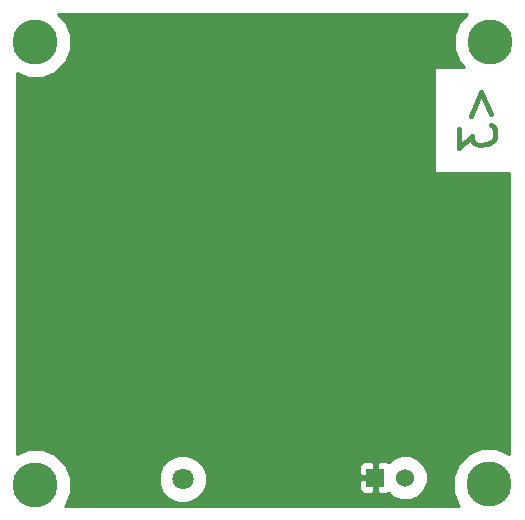
<source format=gbl>
G04 (created by PCBNEW-RS274X (2011-05-25)-stable) date Wed 01 Feb 2012 12:44:34 PM EST*
G01*
G70*
G90*
%MOIN*%
G04 Gerber Fmt 3.4, Leading zero omitted, Abs format*
%FSLAX34Y34*%
G04 APERTURE LIST*
%ADD10C,0.006000*%
%ADD11C,0.017000*%
%ADD12C,0.070900*%
%ADD13C,0.150000*%
%ADD14R,0.060000X0.060000*%
%ADD15C,0.060000*%
%ADD16C,0.010000*%
G04 APERTURE END LIST*
G54D10*
G54D11*
X48186Y-34957D02*
X48529Y-34152D01*
X48871Y-34872D01*
X47786Y-35388D02*
X47786Y-36007D01*
X48243Y-35617D01*
X48243Y-35759D01*
X48300Y-35848D01*
X48357Y-35888D01*
X48471Y-35922D01*
X48757Y-35886D01*
X48871Y-35824D01*
X48929Y-35769D01*
X48986Y-35666D01*
X48986Y-35381D01*
X48929Y-35292D01*
X48871Y-35253D01*
G54D12*
X38583Y-47047D03*
G54D13*
X33662Y-32480D03*
X48819Y-32480D03*
X48780Y-47226D03*
X33662Y-47244D03*
G54D14*
X45000Y-47000D03*
G54D15*
X46000Y-47000D03*
G54D10*
G36*
X49450Y-46204D02*
X49019Y-46026D01*
X48542Y-46026D01*
X48101Y-46208D01*
X47763Y-46546D01*
X47580Y-46987D01*
X47580Y-47464D01*
X47762Y-47905D01*
X47807Y-47950D01*
X46749Y-47950D01*
X46749Y-47150D01*
X46749Y-46852D01*
X46635Y-46577D01*
X46425Y-46366D01*
X46150Y-46251D01*
X45852Y-46251D01*
X45577Y-46365D01*
X45446Y-46494D01*
X45441Y-46489D01*
X45349Y-46451D01*
X45112Y-46450D01*
X45050Y-46512D01*
X45050Y-46900D01*
X45050Y-46950D01*
X45050Y-47050D01*
X45050Y-47100D01*
X45050Y-47488D01*
X45112Y-47550D01*
X45349Y-47549D01*
X45441Y-47511D01*
X45446Y-47505D01*
X45575Y-47634D01*
X45850Y-47749D01*
X46148Y-47749D01*
X46423Y-47635D01*
X46634Y-47425D01*
X46749Y-47150D01*
X46749Y-47950D01*
X44950Y-47950D01*
X44950Y-47488D01*
X44950Y-47050D01*
X44950Y-46950D01*
X44950Y-46512D01*
X44888Y-46450D01*
X44651Y-46451D01*
X44559Y-46489D01*
X44489Y-46559D01*
X44451Y-46650D01*
X44451Y-46749D01*
X44450Y-46888D01*
X44512Y-46950D01*
X44950Y-46950D01*
X44950Y-47050D01*
X44512Y-47050D01*
X44450Y-47112D01*
X44451Y-47251D01*
X44451Y-47350D01*
X44489Y-47441D01*
X44559Y-47511D01*
X44651Y-47549D01*
X44888Y-47550D01*
X44950Y-47488D01*
X44950Y-47950D01*
X39386Y-47950D01*
X39386Y-47207D01*
X39386Y-46888D01*
X39264Y-46593D01*
X39038Y-46367D01*
X38743Y-46244D01*
X38424Y-46244D01*
X38129Y-46366D01*
X37903Y-46592D01*
X37780Y-46887D01*
X37780Y-47206D01*
X37902Y-47501D01*
X38128Y-47727D01*
X38423Y-47850D01*
X38742Y-47850D01*
X39037Y-47728D01*
X39263Y-47502D01*
X39386Y-47207D01*
X39386Y-47950D01*
X34653Y-47950D01*
X34679Y-47924D01*
X34862Y-47483D01*
X34862Y-47006D01*
X34680Y-46565D01*
X34342Y-46227D01*
X33901Y-46044D01*
X33424Y-46044D01*
X33050Y-46198D01*
X33050Y-33525D01*
X33423Y-33680D01*
X33900Y-33680D01*
X34341Y-33498D01*
X34679Y-33160D01*
X34862Y-32719D01*
X34862Y-32242D01*
X34680Y-31801D01*
X34429Y-31550D01*
X48052Y-31550D01*
X47802Y-31800D01*
X47619Y-32241D01*
X47619Y-32718D01*
X47801Y-33159D01*
X47949Y-33307D01*
X46955Y-33307D01*
X46955Y-36862D01*
X49450Y-36862D01*
X49450Y-46204D01*
X49450Y-46204D01*
G37*
G54D16*
X49450Y-46204D02*
X49019Y-46026D01*
X48542Y-46026D01*
X48101Y-46208D01*
X47763Y-46546D01*
X47580Y-46987D01*
X47580Y-47464D01*
X47762Y-47905D01*
X47807Y-47950D01*
X46749Y-47950D01*
X46749Y-47150D01*
X46749Y-46852D01*
X46635Y-46577D01*
X46425Y-46366D01*
X46150Y-46251D01*
X45852Y-46251D01*
X45577Y-46365D01*
X45446Y-46494D01*
X45441Y-46489D01*
X45349Y-46451D01*
X45112Y-46450D01*
X45050Y-46512D01*
X45050Y-46900D01*
X45050Y-46950D01*
X45050Y-47050D01*
X45050Y-47100D01*
X45050Y-47488D01*
X45112Y-47550D01*
X45349Y-47549D01*
X45441Y-47511D01*
X45446Y-47505D01*
X45575Y-47634D01*
X45850Y-47749D01*
X46148Y-47749D01*
X46423Y-47635D01*
X46634Y-47425D01*
X46749Y-47150D01*
X46749Y-47950D01*
X44950Y-47950D01*
X44950Y-47488D01*
X44950Y-47050D01*
X44950Y-46950D01*
X44950Y-46512D01*
X44888Y-46450D01*
X44651Y-46451D01*
X44559Y-46489D01*
X44489Y-46559D01*
X44451Y-46650D01*
X44451Y-46749D01*
X44450Y-46888D01*
X44512Y-46950D01*
X44950Y-46950D01*
X44950Y-47050D01*
X44512Y-47050D01*
X44450Y-47112D01*
X44451Y-47251D01*
X44451Y-47350D01*
X44489Y-47441D01*
X44559Y-47511D01*
X44651Y-47549D01*
X44888Y-47550D01*
X44950Y-47488D01*
X44950Y-47950D01*
X39386Y-47950D01*
X39386Y-47207D01*
X39386Y-46888D01*
X39264Y-46593D01*
X39038Y-46367D01*
X38743Y-46244D01*
X38424Y-46244D01*
X38129Y-46366D01*
X37903Y-46592D01*
X37780Y-46887D01*
X37780Y-47206D01*
X37902Y-47501D01*
X38128Y-47727D01*
X38423Y-47850D01*
X38742Y-47850D01*
X39037Y-47728D01*
X39263Y-47502D01*
X39386Y-47207D01*
X39386Y-47950D01*
X34653Y-47950D01*
X34679Y-47924D01*
X34862Y-47483D01*
X34862Y-47006D01*
X34680Y-46565D01*
X34342Y-46227D01*
X33901Y-46044D01*
X33424Y-46044D01*
X33050Y-46198D01*
X33050Y-33525D01*
X33423Y-33680D01*
X33900Y-33680D01*
X34341Y-33498D01*
X34679Y-33160D01*
X34862Y-32719D01*
X34862Y-32242D01*
X34680Y-31801D01*
X34429Y-31550D01*
X48052Y-31550D01*
X47802Y-31800D01*
X47619Y-32241D01*
X47619Y-32718D01*
X47801Y-33159D01*
X47949Y-33307D01*
X46955Y-33307D01*
X46955Y-36862D01*
X49450Y-36862D01*
X49450Y-46204D01*
M02*

</source>
